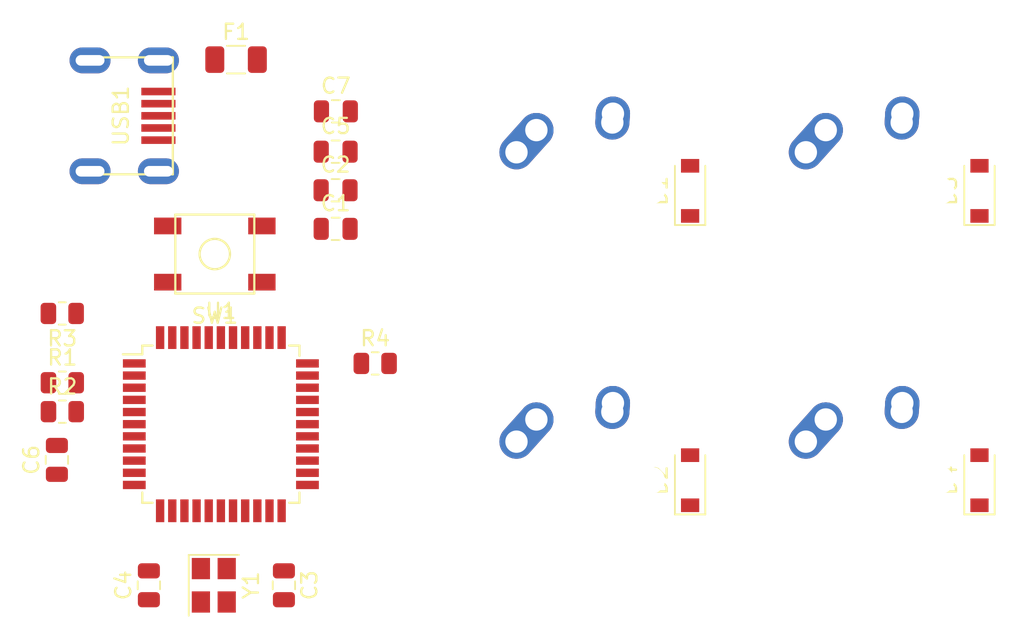
<source format=kicad_pcb>
(kicad_pcb (version 20211014) (generator pcbnew)
  (layers (0 "F.Cu" signal) (31 "B.Cu" signal) (34 "B.Paste" user) (35 "F.Paste" user) (36 "B.SilkS" user "B.Silkscreen") (37 "F.SilkS" user "F.Silkscreen") (38 "B.Mask" user) (39 "F.Mask" user) (44 "Edge.Cuts" user))
  (net 0 "")
  (net 1 "+5V")
  (net 2 "GND")
  (net 3 "Net-(C3-Pad2)")
  (net 4 "Net-(C4-Pad2)")
  (net 5 "Net-(C6-Pad1)")
  (net 6 "/ROW0")
  (net 7 "Net-(D1-Pad2)")
  (net 8 "/ROW1")
  (net 9 "Net-(D2-Pad2)")
  (net 10 "Net-(D3-Pad2)")
  (net 11 "Net-(D4-Pad2)")
  (net 12 "Net-(F1-Pad1)")
  (net 13 "/COL0")
  (net 14 "/COL1")
  (net 15 "/D-")
  (net 16 "Net-(R1-Pad2)")
  (net 17 "/D+")
  (net 18 "Net-(R2-Pad2)")
  (net 19 "Net-(R3-Pad2)")
  (net 20 "Net-(R4-Pad1)")
  (net 27 "Net-(U1-Pad15)")
  (net 33 "Net-(U1-Pad24)")
  (footprint "random-keyboard-parts:Molex-0548190589" (layer "F.Cu") (at 70.9875 61.1)
    (fp_text reference "USB1" (at 2.032 0 90) (layer "F.SilkS"))
    (fp_text value "Molex-0548190589")
    (fp_line (start 5.45 -3.85) (end 5.45 3.85) (layer "F.SilkS") (width 0.15))
    (fp_line (start 0 -3.85) (end 5.45 -3.85) (layer "F.SilkS") (width 0.15))
    (fp_line (start 0 3.85) (end 5.45 3.85) (layer "F.SilkS") (width 0.15))
    (pad "1" smd rect locked (at 4.5 1.6) (size 2.25 0.5) (layers "F.Cu" "F.Paste" "F.Mask") (net 2 "GND"))
    (pad "2" smd rect locked (at 4.5 0.8) (size 2.25 0.5) (layers "F.Cu" "F.Paste" "F.Mask"))
    (pad "3" smd rect locked (at 4.5 0) (size 2.25 0.5) (layers "F.Cu" "F.Paste" "F.Mask") (net 17 "/D+"))
    (pad "4" smd rect locked (at 4.5 -0.8) (size 2.25 0.5) (layers "F.Cu" "F.Paste" "F.Mask") (net 15 "/D-"))
    (pad "5" smd rect locked (at 4.5 -1.6) (size 2.25 0.5) (layers "F.Cu" "F.Paste" "F.Mask"))
    (pad "6" thru_hole oval locked (at 0 -3.65) (size 2.7 1.7) (drill oval 1.9 0.7) (layers *.Cu *.Mask) (net 12 "Net-(F1-Pad1)"))
    (pad "6" thru_hole oval locked (at 0 3.65) (size 2.7 1.7) (drill oval 1.9 0.7) (layers *.Cu *.Mask) (net 12 "Net-(F1-Pad1)"))
    (pad "6" thru_hole oval locked (at 4.5 -3.65) (size 2.7 1.7) (drill oval 1.9 0.7) (layers *.Cu *.Mask) (net 12 "Net-(F1-Pad1)"))
    (pad "6" thru_hole oval locked (at 4.5 3.65) (size 2.7 1.7) (drill oval 1.9 0.7) (layers *.Cu *.Mask) (net 12 "Net-(F1-Pad1)"))
  )
  (footprint "MX_Alps_Hybrid:MX-1U-NoLED" (layer "F.Cu") (at 121.92 85.09)
    (fp_text reference "MX4")
    (fp_text value "MX-NoLED")
    (pad "" np_thru_hole circle locked (at 5.08 0 48.0996) (size 1.75 1.75) (drill 1.75) (layers *.Cu *.Mask))
    (pad "" np_thru_hole circle locked (at -5.08 0 48.0996) (size 1.75 1.75) (drill 1.75) (layers *.Cu *.Mask))
    (pad "" np_thru_hole circle locked (at 0 0) (size 3.9878 3.9878) (drill 3.9878) (layers *.Cu *.Mask))
    (pad "1" thru_hole oval locked (at -3.81 -2.54 48.0996) (size 4.211556 2.25) (drill 1.47 (offset 0.980778 0)) (layers *.Cu "B.Mask") (net 14 "/COL1"))
    (pad "1" thru_hole circle locked (at -2.5 -4) (size 2.25 2.25) (drill 1.47) (layers *.Cu "B.Mask") (net 14 "/COL1"))
    (pad "2" thru_hole circle locked (at 2.54 -5.08) (size 2.25 2.25) (drill 1.47) (layers *.Cu "B.Mask") (net 11 "Net-(D4-Pad2)"))
    (pad "2" thru_hole oval locked (at 2.5 -4.5 86.0548) (size 2.831378 2.25) (drill 1.47 (offset 0.290689 0)) (layers *.Cu "B.Mask") (net 11 "Net-(D4-Pad2)"))
  )
  (footprint "Capacitor_SMD:C_0805_2012Metric" (layer "F.Cu") (at 83.75 92.005 -90)
    (fp_text reference "C3" (at 0 -1.68 90) (layer "F.SilkS"))
    (fp_text value "22pF")
    (fp_line (start -0.261252 0.735) (end 0.261252 0.735) (layer "F.SilkS") (width 0.12))
    (fp_line (start -0.261252 -0.735) (end 0.261252 -0.735) (layer "F.SilkS") (width 0.12))
    (pad "1" smd roundrect locked (at -0.95 0 270) (size 1 1.45) (layers "F.Cu" "F.Paste" "F.Mask") (net 2 "GND"))
    (pad "2" smd roundrect locked (at 0.95 0 270) (size 1 1.45) (layers "F.Cu" "F.Paste" "F.Mask") (net 3 "Net-(C3-Pad2)"))
  )
  (footprint "Diode_SMD:D_SOD-123" (layer "F.Cu") (at 110.49 85.09 90)
    (fp_text reference "D2" (at 0 -2 90) (layer "F.SilkS"))
    (fp_text value "SOD-123")
    (fp_line (start -2.25 -1) (end 1.65 -1) (layer "F.SilkS") (width 0.12))
    (fp_line (start -2.25 1) (end 1.65 1) (layer "F.SilkS") (width 0.12))
    (fp_line (start -2.25 -1) (end -2.25 1) (layer "F.SilkS") (width 0.12))
    (pad "1" smd rect locked (at -1.65 0 90) (size 0.9 1.2) (layers "F.Cu" "F.Paste" "F.Mask") (net 8 "/ROW1"))
    (pad "2" smd rect locked (at 1.65 0 90) (size 0.9 1.2) (layers "F.Cu" "F.Paste" "F.Mask") (net 9 "Net-(D2-Pad2)"))
  )
  (footprint "Resistor_SMD:R_0805_2012Metric" (layer "F.Cu") (at 89.76 77.4)
    (fp_text reference "R4" (at 0 -1.65) (layer "F.SilkS"))
    (fp_text value "10k")
    (fp_line (start -0.227064 -0.735) (end 0.227064 -0.735) (layer "F.SilkS") (width 0.12))
    (fp_line (start -0.227064 0.735) (end 0.227064 0.735) (layer "F.SilkS") (width 0.12))
    (pad "1" smd roundrect locked (at -0.9125 0) (size 1.025 1.4) (layers "F.Cu" "F.Paste" "F.Mask") (roundrect_rratio 0.243902) (net 20 "Net-(R4-Pad1)"))
    (pad "2" smd roundrect locked (at 0.9125 0) (size 1.025 1.4) (layers "F.Cu" "F.Paste" "F.Mask") (roundrect_rratio 0.243902) (net 2 "GND"))
  )
  (footprint "MX_Alps_Hybrid:MX-1U-NoLED" (layer "F.Cu") (at 102.87 66.04)
    (fp_text reference "MX1")
    (fp_text value "MX-NoLED")
    (pad "" np_thru_hole circle locked (at 0 0) (size 3.9878 3.9878) (drill 3.9878) (layers *.Cu *.Mask))
    (pad "" np_thru_hole circle locked (at 5.08 0 48.0996) (size 1.75 1.75) (drill 1.75) (layers *.Cu *.Mask))
    (pad "" np_thru_hole circle locked (at -5.08 0 48.0996) (size 1.75 1.75) (drill 1.75) (layers *.Cu *.Mask))
    (pad "1" thru_hole oval locked (at -3.81 -2.54 48.0996) (size 4.211556 2.25) (drill 1.47 (offset 0.980778 0)) (layers *.Cu "B.Mask") (net 13 "/COL0"))
    (pad "1" thru_hole circle locked (at -2.5 -4) (size 2.25 2.25) (drill 1.47) (layers *.Cu "B.Mask") (net 13 "/COL0"))
    (pad "2" thru_hole circle locked (at 2.54 -5.08) (size 2.25 2.25) (drill 1.47) (layers *.Cu "B.Mask") (net 7 "Net-(D1-Pad2)"))
    (pad "2" thru_hole oval locked (at 2.5 -4.5 86.0548) (size 2.831378 2.25) (drill 1.47 (offset 0.290689 0)) (layers *.Cu "B.Mask") (net 7 "Net-(D1-Pad2)"))
  )
  (footprint "Crystal:Crystal_SMD_3225-4Pin_3.2x2.5mm" (layer "F.Cu") (at 79.135 92.005 -90)
    (fp_text reference "Y1" (at 0 -2.45 90) (layer "F.SilkS"))
    (fp_text value "16MHz")
    (fp_line (start -2 -1.65) (end -2 1.65) (layer "F.SilkS") (width 0.12))
    (fp_line (start -2 1.65) (end 2 1.65) (layer "F.SilkS") (width 0.12))
    (pad "1" smd rect locked (at -1.1 0.85 270) (size 1.4 1.2) (layers "F.Cu" "F.Paste" "F.Mask") (net 4 "Net-(C4-Pad2)"))
    (pad "2" smd rect locked (at 1.1 0.85 270) (size 1.4 1.2) (layers "F.Cu" "F.Paste" "F.Mask") (net 2 "GND"))
    (pad "3" smd rect locked (at 1.1 -0.85 270) (size 1.4 1.2) (layers "F.Cu" "F.Paste" "F.Mask") (net 3 "Net-(C3-Pad2)"))
    (pad "4" smd rect locked (at -1.1 -0.85 270) (size 1.4 1.2) (layers "F.Cu" "F.Paste" "F.Mask") (net 2 "GND"))
  )
  (footprint "MX_Alps_Hybrid:MX-1U-NoLED" (layer "F.Cu") (at 102.87 85.09)
    (fp_text reference "MX2")
    (fp_text value "MX-NoLED")
    (pad "" np_thru_hole circle locked (at 0 0) (size 3.9878 3.9878) (drill 3.9878) (layers *.Cu *.Mask))
    (pad "" np_thru_hole circle locked (at 5.08 0 48.0996) (size 1.75 1.75) (drill 1.75) (layers *.Cu *.Mask))
    (pad "" np_thru_hole circle locked (at -5.08 0 48.0996) (size 1.75 1.75) (drill 1.75) (layers *.Cu *.Mask))
    (pad "1" thru_hole oval locked (at -3.81 -2.54 48.0996) (size 4.211556 2.25) (drill 1.47 (offset 0.980778 0)) (layers *.Cu "B.Mask") (net 13 "/COL0"))
    (pad "1" thru_hole circle locked (at -2.5 -4) (size 2.25 2.25) (drill 1.47) (layers *.Cu "B.Mask") (net 13 "/COL0"))
    (pad "2" thru_hole oval locked (at 2.5 -4.5 86.0548) (size 2.831378 2.25) (drill 1.47 (offset 0.290689 0)) (layers *.Cu "B.Mask") (net 9 "Net-(D2-Pad2)"))
    (pad "2" thru_hole circle locked (at 2.54 -5.08) (size 2.25 2.25) (drill 1.47) (layers *.Cu "B.Mask") (net 9 "Net-(D2-Pad2)"))
  )
  (footprint "random-keyboard-parts:SKQG-1155865" (layer "F.Cu") (at 79.2 70.2)
    (fp_text reference "SW1" (at 0 4.064) (layer "F.SilkS"))
    (fp_text value "SW_Push")
    (fp_line (start -2.6 -2.6) (end 2.6 -2.6) (layer "F.SilkS") (width 0.15))
    (fp_line (start 2.6 2.6) (end -2.6 2.6) (layer "F.SilkS") (width 0.15))
    (fp_line (start 2.6 -2.6) (end 2.6 2.6) (layer "F.SilkS") (width 0.15))
    (fp_line (start -2.6 2.6) (end -2.6 -2.6) (layer "F.SilkS") (width 0.15))
    (fp_circle (center 0 0) (end 1 0) (layer "F.SilkS") (width 0.15) (fill none))
    (pad "1" smd rect locked (at 3.1 1.85) (size 1.8 1.1) (layers "F.Cu" "F.Paste" "F.Mask") (net 2 "GND"))
    (pad "2" smd rect locked (at -3.1 -1.85) (size 1.8 1.1) (layers "F.Cu" "F.Paste" "F.Mask") (net 19 "Net-(R3-Pad2)"))
    (pad "3" smd rect locked (at 3.1 -1.85) (size 1.8 1.1) (layers "F.Cu" "F.Paste" "F.Mask"))
    (pad "4" smd rect locked (at -3.1 1.85) (size 1.8 1.1) (layers "F.Cu" "F.Paste" "F.Mask"))
  )
  (footprint "Capacitor_SMD:C_0805_2012Metric" (layer "F.Cu") (at 87.15 66)
    (fp_text reference "C2" (at 0 -1.68) (layer "F.SilkS"))
    (fp_text value "0.1uF")
    (fp_line (start -0.261252 0.735) (end 0.261252 0.735) (layer "F.SilkS") (width 0.12))
    (fp_line (start -0.261252 -0.735) (end 0.261252 -0.735) (layer "F.SilkS") (width 0.12))
    (pad "1" smd roundrect locked (at -0.95 0) (size 1 1.45) (layers "F.Cu" "F.Paste" "F.Mask") (net 1 "+5V"))
    (pad "2" smd roundrect locked (at 0.95 0) (size 1 1.45) (layers "F.Cu" "F.Paste" "F.Mask") (net 2 "GND"))
  )
  (footprint "Capacitor_SMD:C_0805_2012Metric" (layer "F.Cu") (at 87.155 63.46)
    (fp_text reference "C5" (at 0 -1.68) (layer "F.SilkS"))
    (fp_text value "0.1uF")
    (fp_line (start -0.261252 0.735) (end 0.261252 0.735) (layer "F.SilkS") (width 0.12))
    (fp_line (start -0.261252 -0.735) (end 0.261252 -0.735) (layer "F.SilkS") (width 0.12))
    (pad "1" smd roundrect locked (at -0.95 0) (size 1 1.45) (layers "F.Cu" "F.Paste" "F.Mask") (net 1 "+5V"))
    (pad "2" smd roundrect locked (at 0.95 0) (size 1 1.45) (layers "F.Cu" "F.Paste" "F.Mask") (net 2 "GND"))
  )
  (footprint "Diode_SMD:D_SOD-123" (layer "F.Cu") (at 129.54 85.09 90)
    (fp_text reference "D4" (at 0 -2 90) (layer "F.SilkS"))
    (fp_text value "SOD-123")
    (fp_line (start -2.25 -1) (end -2.25 1) (layer "F.SilkS") (width 0.12))
    (fp_line (start -2.25 1) (end 1.65 1) (layer "F.SilkS") (width 0.12))
    (fp_line (start -2.25 -1) (end 1.65 -1) (layer "F.SilkS") (width 0.12))
    (pad "1" smd rect locked (at -1.65 0 90) (size 0.9 1.2) (layers "F.Cu" "F.Paste" "F.Mask") (net 8 "/ROW1"))
    (pad "2" smd rect locked (at 1.65 0 90) (size 0.9 1.2) (layers "F.Cu" "F.Paste" "F.Mask") (net 11 "Net-(D4-Pad2)"))
  )
  (footprint "Capacitor_SMD:C_0805_2012Metric" (layer "F.Cu") (at 87.17 60.805)
    (fp_text reference "C7" (at 0 -1.68) (layer "F.SilkS"))
    (fp_text value "10uF")
    (fp_line (start -0.261252 -0.735) (end 0.261252 -0.735) (layer "F.SilkS") (width 0.12))
    (fp_line (start -0.261252 0.735) (end 0.261252 0.735) (layer "F.SilkS") (width 0.12))
    (pad "1" smd roundrect locked (at -0.95 0) (size 1 1.45) (layers "F.Cu" "F.Paste" "F.Mask") (net 1 "+5V"))
    (pad "2" smd roundrect locked (at 0.95 0) (size 1 1.45) (layers "F.Cu" "F.Paste" "F.Mask") (net 2 "GND"))
  )
  (footprint "Resistor_SMD:R_0805_2012Metric" (layer "F.Cu") (at 69.1625 80.575)
    (fp_text reference "R2" (at 0 -1.65) (layer "F.SilkS"))
    (fp_text value "22")
    (fp_line (start -0.227064 -0.735) (end 0.227064 -0.735) (layer "F.SilkS") (width 0.12))
    (fp_line (start -0.227064 0.735) (end 0.227064 0.735) (layer "F.SilkS") (width 0.12))
    (pad "1" smd roundrect locked (at -0.9125 0) (size 1.025 1.4) (layers "F.Cu" "F.Paste" "F.Mask") (roundrect_rratio 0.243902) (net 17 "/D+"))
    (pad "2" smd roundrect locked (at 0.9125 0) (size 1.025 1.4) (layers "F.Cu" "F.Paste" "F.Mask") (roundrect_rratio 0.243902) (net 18 "Net-(R2-Pad2)"))
  )
  (footprint "Capacitor_SMD:C_0805_2012Metric" (layer "F.Cu") (at 74.86 92.005 90)
    (fp_text reference "C4" (at 0 -1.68 90) (layer "F.SilkS"))
    (fp_text value "22pF")
    (fp_line (start -0.261252 0.735) (end 0.261252 0.735) (layer "F.SilkS") (width 0.12))
    (fp_line (start -0.261252 -0.735) (end 0.261252 -0.735) (layer "F.SilkS") (width 0.12))
    (pad "1" smd roundrect locked (at -0.95 0 90) (size 1 1.45) (layers "F.Cu" "F.Paste" "F.Mask") (net 2 "GND"))
    (pad "2" smd roundrect locked (at 0.95 0 90) (size 1 1.45) (layers "F.Cu" "F.Paste" "F.Mask") (net 4 "Net-(C4-Pad2)"))
  )
  (footprint "Resistor_SMD:R_0805_2012Metric" (layer "F.Cu") (at 69.1625 78.67)
    (fp_text reference "R1" (at 0 -1.65) (layer "F.SilkS"))
    (fp_text value "22")
    (fp_line (start -0.227064 -0.735) (end 0.227064 -0.735) (layer "F.SilkS") (width 0.12))
    (fp_line (start -0.227064 0.735) (end 0.227064 0.735) (layer "F.SilkS") (width 0.12))
    (pad "1" smd roundrect locked (at -0.9125 0) (size 1.025 1.4) (layers "F.Cu" "F.Paste" "F.Mask") (roundrect_rratio 0.243902) (net 15 "/D-"))
    (pad "2" smd roundrect locked (at 0.9125 0) (size 1.025 1.4) (layers "F.Cu" "F.Paste" "F.Mask") (roundrect_rratio 0.243902) (net 16 "Net-(R1-Pad2)"))
  )
  (footprint "MX_Alps_Hybrid:MX-1U-NoLED" (layer "F.Cu") (at 121.92 66.04)
    (fp_text reference "MX3")
    (fp_text value "MX-NoLED")
    (pad "" np_thru_hole circle locked (at 5.08 0 48.0996) (size 1.75 1.75) (drill 1.75) (layers *.Cu *.Mask))
    (pad "" np_thru_hole circle locked (at 0 0) (size 3.9878 3.9878) (drill 3.9878) (layers *.Cu *.Mask))
    (pad "" np_thru_hole circle locked (at -5.08 0 48.0996) (size 1.75 1.75) (drill 1.75) (layers *.Cu *.Mask))
    (pad "1" thru_hole circle locked (at -2.5 -4) (size 2.25 2.25) (drill 1.47) (layers *.Cu "B.Mask") (net 14 "/COL1"))
    (pad "1" thru_hole oval locked (at -3.81 -2.54 48.0996) (size 4.211556 2.25) (drill 1.47 (offset 0.980778 0)) (layers *.Cu "B.Mask") (net 14 "/COL1"))
    (pad "2" thru_hole circle locked (at 2.54 -5.08) (size 2.25 2.25) (drill 1.47) (layers *.Cu "B.Mask") (net 10 "Net-(D3-Pad2)"))
    (pad "2" thru_hole oval locked (at 2.5 -4.5 86.0548) (size 2.831378 2.25) (drill 1.47 (offset 0.290689 0)) (layers *.Cu "B.Mask") (net 10 "Net-(D3-Pad2)"))
  )
  (footprint "Fuse:Fuse_1206_3216Metric" (layer "F.Cu") (at 80.6 57.4)
    (fp_text reference "F1" (at 0 -1.82) (layer "F.SilkS"))
    (fp_text value "Polyfuse")
    (fp_line (start -0.602064 0.91) (end 0.602064 0.91) (layer "F.SilkS") (width 0.12))
    (fp_line (start -0.602064 -0.91) (end 0.602064 -0.91) (layer "F.SilkS") (width 0.12))
    (pad "1" smd roundrect locked (at -1.4 0) (size 1.25 1.75) (layers "F.Cu" "F.Paste" "F.Mask") (roundrect_rratio 0.2) (net 12 "Net-(F1-Pad1)"))
    (pad "2" smd roundrect locked (at 1.4 0) (size 1.25 1.75) (layers "F.Cu" "F.Paste" "F.Mask") (roundrect_rratio 0.2) (net 1 "+5V"))
  )
  (footprint "Capacitor_SMD:C_0805_2012Metric" (layer "F.Cu") (at 68.805 83.75 90)
    (fp_text reference "C6" (at 0 -1.68 90) (layer "F.SilkS"))
    (fp_text value "1uF")
    (fp_line (start -0.261252 -0.735) (end 0.261252 -0.735) (layer "F.SilkS") (width 0.12))
    (fp_line (start -0.261252 0.735) (end 0.261252 0.735) (layer "F.SilkS") (width 0.12))
    (pad "1" smd roundrect locked (at -0.95 0 90) (size 1 1.45) (layers "F.Cu" "F.Paste" "F.Mask") (net 5 "Net-(C6-Pad1)"))
    (pad "2" smd roundrect locked (at 0.95 0 90) (size 1 1.45) (layers "F.Cu" "F.Paste" "F.Mask") (net 2 "GND"))
  )
  (footprint "Resistor_SMD:R_0805_2012Metric" (layer "F.Cu") (at 69.1575 74.11 180)
    (fp_text reference "R3" (at 0 -1.65) (layer "F.SilkS"))
    (fp_text value "10k")
    (fp_line (start -0.227064 0.735) (end 0.227064 0.735) (layer "F.SilkS") (width 0.12))
    (fp_line (start -0.227064 -0.735) (end 0.227064 -0.735) (layer "F.SilkS") (width 0.12))
    (pad "1" smd roundrect locked (at -0.9125 0 180) (size 1.025 1.4) (layers "F.Cu" "F.Paste" "F.Mask") (roundrect_rratio 0.243902) (net 1 "+5V"))
    (pad "2" smd roundrect locked (at 0.9125 0 180) (size 1.025 1.4) (layers "F.Cu" "F.Paste" "F.Mask") (roundrect_rratio 0.243902) (net 19 "Net-(R3-Pad2)"))
  )
  (footprint "Package_QFP:TQFP-44_10x10mm_P0.8mm" (layer "F.Cu") (at 79.6 81.4)
    (fp_text reference "U1" (at 0 -7.45) (layer "F.SilkS"))
    (fp_text value "ATmega32U4-A")
    (fp_line (start 5.175 5.175) (end 4.5 5.175) (layer "F.SilkS") (width 0.15))
    (fp_line (start 5.175 -5.175) (end 5.175 -4.5) (layer "F.SilkS") (width 0.15))
    (fp_line (start 5.175 5.175) (end 5.175 4.5) (layer "F.SilkS") (width 0.15))
    (fp_line (start -5.175 -4.6) (end -6.45 -4.6) (layer "F.SilkS") (width 0.15))
    (fp_line (start -5.175 5.175) (end -4.5 5.175) (layer "F.SilkS") (width 0.15))
    (fp_line (start -5.175 -5.175) (end -5.175 -4.6) (layer "F.SilkS") (width 0.15))
    (fp_line (start -5.175 5.175) (end -5.175 4.5) (layer "F.SilkS") (width 0.15))
    (fp_line (start -5.175 -5.175) (end -4.5 -5.175) (layer "F.SilkS") (width 0.15))
    (fp_line (start 5.175 -5.175) (end 4.5 -5.175) (layer "F.SilkS") (width 0.15))
    (pad "1" smd rect locked (at -5.7 -4) (size 1.5 0.55) (layers "F.Cu" "F.Paste" "F.Mask"))
    (pad "2" smd rect locked (at -5.7 -3.2) (size 1.5 0.55) (layers "F.Cu" "F.Paste" "F.Mask") (net 1 "+5V"))
    (pad "3" smd rect locked (at -5.7 -2.4) (size 1.5 0.55) (layers "F.Cu" "F.Paste" "F.Mask") (net 16 "Net-(R1-Pad2)"))
    (pad "4" smd rect locked (at -5.7 -1.6) (size 1.5 0.55) (layers "F.Cu" "F.Paste" "F.Mask") (net 18 "Net-(R2-Pad2)"))
    (pad "5" smd rect locked (at -5.7 -0.8) (size 1.5 0.55) (layers "F.Cu" "F.Paste" "F.Mask") (net 2 "GND"))
    (pad "6" smd rect locked (at -5.7 0) (size 1.5 0.55) (layers "F.Cu" "F.Paste" "F.Mask") (net 5 "Net-(C6-Pad1)"))
    (pad "7" smd rect locked (at -5.7 0.8) (size 1.5 0.55) (layers "F.Cu" "F.Paste" "F.Mask") (net 1 "+5V"))
    (pad "8" smd rect locked (at -5.7 1.6) (size 1.5 0.55) (layers "F.Cu" "F.Paste" "F.Mask"))
    (pad "9" smd rect locked (at -5.7 2.4) (size 1.5 0.55) (layers "F.Cu" "F.Paste" "F.Mask"))
    (pad "10" smd rect locked (at -5.7 3.2) (size 1.5 0.55) (layers "F.Cu" "F.Paste" "F.Mask"))
    (pad "11" smd rect locked (at -5.7 4) (size 1.5 0.55) (layers "F.Cu" "F.Paste" "F.Mask"))
    (pad "12" smd rect locked (at -4 5.7 90) (size 1.5 0.55) (layers "F.Cu" "F.Paste" "F.Mask"))
    (pad "13" smd rect locked (at -3.2 5.7 90) (size 1.5 0.55) (layers "F.Cu" "F.Paste" "F.Mask") (net 19 "Net-(R3-Pad2)"))
    (pad "14" smd rect locked (at -2.4 5.7 90) (size 1.5 0.55) (layers "F.Cu" "F.Paste" "F.Mask") (net 1 "+5V"))
    (pad "15" smd rect locked (at -1.6 5.7 90) (size 1.5 0.55) (layers "F.Cu" "F.Paste" "F.Mask") (net 27 "Net-(U1-Pad15)"))
    (pad "16" smd rect locked (at -0.8 5.7 90) (size 1.5 0.55) (layers "F.Cu" "F.Paste" "F.Mask") (net 4 "Net-(C4-Pad2)"))
    (pad "17" smd rect locked (at 0 5.7 90) (size 1.5 0.55) (layers "F.Cu" "F.Paste" "F.Mask") (net 3 "Net-(C3-Pad2)"))
    (pad "18" smd rect locked (at 0.8 5.7 90) (size 1.5 0.55) (layers "F.Cu" "F.Paste" "F.Mask"))
    (pad "19" smd rect locked (at 1.6 5.7 90) (size 1.5 0.55) (layers "F.Cu" "F.Paste" "F.Mask"))
    (pad "20" smd rect locked (at 2.4 5.7 90) (size 1.5 0.55) (layers "F.Cu" "F.Paste" "F.Mask"))
    (pad "21" smd rect locked (at 3.2 5.7 90) (size 1.5 0.55) (layers "F.Cu" "F.Paste" "F.Mask"))
    (pad "22" smd rect locked (at 4 5.7 90) (size 1.5 0.55) (layers "F.Cu" "F.Paste" "F.Mask"))
    (pad "23" smd rect locked (at 5.7 4) (size 1.5 0.55) (layers "F.Cu" "F.Paste" "F.Mask") (net 27 "Net-(U1-Pad15)"))
    (pad "24" smd rect locked (at 5.7 3.2) (size 1.5 0.55) (layers "F.Cu" "F.Paste" "F.Mask") (net 33 "Net-(U1-Pad24)"))
    (pad "25" smd rect locked (at 5.7 2.4) (size 1.5 0.55) (layers "F.Cu" "F.Paste" "F.Mask"))
    (pad "26" smd rect locked (at 5.7 1.6) (size 1.5 0.55) (layers "F.Cu" "F.Paste" "F.Mask"))
    (pad "27" smd rect locked (at 5.7 0.8) (size 1.5 0.55) (layers "F.Cu" "F.Paste" "F.Mask"))
    (pad "28" smd rect locked (at 5.7 0) (size 1.5 0.55) (layers "F.Cu" "F.Paste" "F.Mask"))
    (pad "29" smd rect locked (at 5.7 -0.8) (size 1.5 0.55) (layers "F.Cu" "F.Paste" "F.Mask"))
    (pad "30" smd rect locked (at 5.7 -1.6) (size 1.5 0.55) (layers "F.Cu" "F.Paste" "F.Mask"))
    (pad "31" smd rect locked (at 5.7 -2.4) (size 1.5 0.55) (layers "F.Cu" "F.Paste" "F.Mask"))
    (pad "32" smd rect locked (at 5.7 -3.2) (size 1.5 0.55) (layers "F.Cu" "F.Paste" "F.Mask"))
    (pad "33" smd rect locked (at 5.7 -4) (size 1.5 0.55) (layers "F.Cu" "F.Paste" "F.Mask") (net 20 "Net-(R4-Pad1)"))
    (pad "34" smd rect locked (at 4 -5.7 90) (size 1.5 0.55) (layers "F.Cu" "F.Paste" "F.Mask") (net 1 "+5V"))
    (pad "35" smd rect locked (at 3.2 -5.7 90) (size 1.5 0.55) (layers "F.Cu" "F.Paste" "F.Mask") (net 27 "Net-(U1-Pad15)"))
    (pad "36" smd rect locked (at 2.4 -5.7 90) (size 1.5 0.55) (layers "F.Cu" "F.Paste" "F.Mask"))
    (pad "37" smd rect locked (at 1.6 -5.7 90) (size 1.5 0.55) (layers "F.Cu" "F.Paste" "F.Mask"))
    (pad "38" smd rect locked (at 0.8 -5.7 90) (size 1.5 0.55) (layers "F.Cu" "F.Paste" "F.Mask"))
    (pad "39" smd rect locked (at 0 -5.7 90) (size 1.5 0.55) (layers "F.Cu" "F.Paste" "F.Mask"))
    (pad "40" smd rect locked (at -0.8 -5.7 90) (size 1.5 0.55) (layers "F.Cu" "F.Paste" "F.Mask"))
    (pad "41" smd rect locked (at -1.6 -5.7 90) (size 1.5 0.55) (layers "F.Cu" "F.Paste" "F.Mask"))
    (pad "42" smd rect locked (at -2.4 -5.7 90) (size 1.5 0.55) (layers "F.Cu" "F.Paste" "F.Mask"))
    (pad "43" smd rect locked (at -3.2 -5.7 90) (size 1.5 0.55) (layers "F.Cu" "F.Paste" "F.Mask") (net 27 "Net-(U1-Pad15)"))
    (pad "44" smd rect locked (at -4 -5.7 90) (size 1.5 0.55) (layers "F.Cu" "F.Paste" "F.Mask") (net 33 "Net-(U1-Pad24)"))
  )
  (footprint "Diode_SMD:D_SOD-123" (layer "F.Cu") (at 110.49 66.04 90)
    (fp_text reference "D1" (at 0 -2 90) (layer "F.SilkS"))
    (fp_text value "SOD-123")
    (fp_line (start -2.25 1) (end 1.65 1) (layer "F.SilkS") (width 0.12))
    (fp_line (start -2.25 -1) (end -2.25 1) (layer "F.SilkS") (width 0.12))
    (fp_line (start -2.25 -1) (end 1.65 -1) (layer "F.SilkS") (width 0.12))
    (pad "1" smd rect locked (at -1.65 0 90) (size 0.9 1.2) (layers "F.Cu" "F.Paste" "F.Mask") (net 6 "/ROW0"))
    (pad "2" smd rect locked (at 1.65 0 90) (size 0.9 1.2) (layers "F.Cu" "F.Paste" "F.Mask") (net 7 "Net-(D1-Pad2)"))
  )
  (footprint "Diode_SMD:D_SOD-123" (layer "F.Cu") (at 129.54 66.04 90)
    (fp_text reference "D3" (at 0 -2 90) (layer "F.SilkS"))
    (fp_text value "SOD-123")
    (fp_line (start -2.25 -1) (end -2.25 1) (layer "F.SilkS") (width 0.12))
    (fp_line (start -2.25 -1) (end 1.65 -1) (layer "F.SilkS") (width 0.12))
    (fp_line (start -2.25 1) (end 1.65 1) (layer "F.SilkS") (width 0.12))
    (pad "1" smd rect locked (at -1.65 0 90) (size 0.9 1.2) (layers "F.Cu" "F.Paste" "F.Mask") (net 6 "/ROW0"))
    (pad "2" smd rect locked (at 1.65 0 90) (size 0.9 1.2) (layers "F.Cu" "F.Paste" "F.Mask") (net 10 "Net-(D3-Pad2)"))
  )
  (footprint "Capacitor_SMD:C_0805_2012Metric" (layer "F.Cu") (at 87.155 68.54)
    (fp_text reference "C1" (at 0 -1.68) (layer "F.SilkS"))
    (fp_text value "0.1uF")
    (fp_line (start -0.261252 0.735) (end 0.261252 0.735) (layer "F.SilkS") (width 0.12))
    (fp_line (start -0.261252 -0.735) (end 0.261252 -0.735) (layer "F.SilkS") (width 0.12))
    (pad "1" smd roundrect locked (at -0.95 0) (size 1 1.45) (layers "F.Cu" "F.Paste" "F.Mask") (net 1 "+5V"))
    (pad "2" smd roundrect locked (at 0.95 0) (size 1 1.45) (layers "F.Cu" "F.Paste" "F.Mask") (net 2 "GND"))
  )
)
</source>
